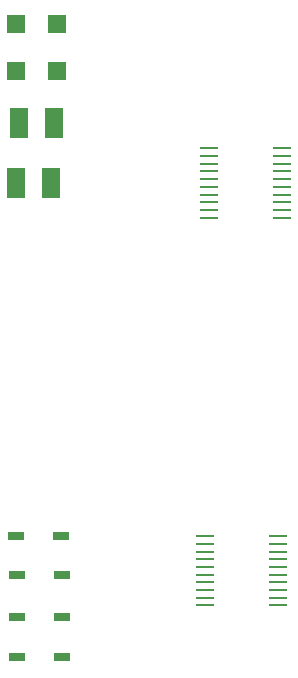
<source format=gtp>
G75*
%MOIN*%
%OFA0B0*%
%FSLAX25Y25*%
%IPPOS*%
%LPD*%
%AMOC8*
5,1,8,0,0,1.08239X$1,22.5*
%
%ADD10R,0.05315X0.02953*%
%ADD11R,0.06299X0.00984*%
%ADD12R,0.05906X0.05906*%
%ADD13R,0.05906X0.10236*%
D10*
X0019520Y0034500D03*
X0019520Y0048000D03*
X0019520Y0062000D03*
X0019020Y0075000D03*
X0033980Y0075000D03*
X0034480Y0062000D03*
X0034480Y0048000D03*
X0034480Y0034500D03*
D11*
X0081945Y0051882D03*
X0081945Y0054441D03*
X0081945Y0057000D03*
X0081945Y0059559D03*
X0081945Y0062118D03*
X0081945Y0064677D03*
X0081945Y0067236D03*
X0081945Y0069795D03*
X0081945Y0072354D03*
X0081945Y0074913D03*
X0106354Y0074913D03*
X0106354Y0072354D03*
X0106354Y0069795D03*
X0106354Y0067236D03*
X0106354Y0064677D03*
X0106354Y0062118D03*
X0106354Y0059559D03*
X0106354Y0057000D03*
X0106354Y0054441D03*
X0106354Y0051882D03*
X0107748Y0181114D03*
X0107748Y0183673D03*
X0107748Y0186232D03*
X0107748Y0188791D03*
X0107748Y0191350D03*
X0107748Y0193909D03*
X0107748Y0196469D03*
X0107748Y0199028D03*
X0107748Y0201587D03*
X0107748Y0204146D03*
X0083339Y0204146D03*
X0083339Y0201587D03*
X0083339Y0199028D03*
X0083339Y0196469D03*
X0083339Y0193909D03*
X0083339Y0191350D03*
X0083339Y0188791D03*
X0083339Y0186232D03*
X0083339Y0183673D03*
X0083339Y0181114D03*
D12*
X0032890Y0230000D03*
X0019110Y0230000D03*
X0019110Y0245500D03*
X0032890Y0245500D03*
D13*
X0031906Y0212500D03*
X0020094Y0212500D03*
X0019094Y0192500D03*
X0030906Y0192500D03*
M02*

</source>
